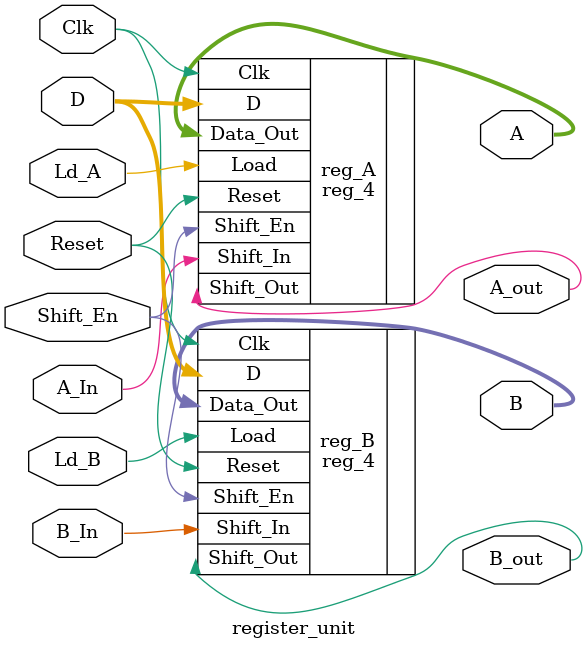
<source format=sv>
module register_unit (
	input  logic        Clk, 
	input  logic        Reset,
	input  logic        A_In,
	input  logic        B_In,
	input  logic        Ld_A,
	input  logic        Ld_B, 
	input  logic        Shift_En,
	input  logic [7:0]  D, 

	output logic        A_out, 
	output logic        B_out, 
	output logic [7:0]  A,
	output logic [7:0]  B
);



	reg_4 reg_A (
		.Clk            (Clk), 
		.Reset          (Reset),

		.Shift_In       (A_In), 
		.Load           (Ld_A), 
		.Shift_En       (Shift_En),
		.D              (D),

		.Shift_Out      (A_out),
		.Data_Out       (A)
	);

	reg_4 reg_B (
		.Clk            (Clk), 
		.Reset          (Reset),

		.Shift_In       (B_In), 
		.Load           (Ld_B), 
		.Shift_En       (Shift_En),
		.D              (D),

		.Shift_Out      (B_out),
		.Data_Out       (B)
	);


endmodule

</source>
